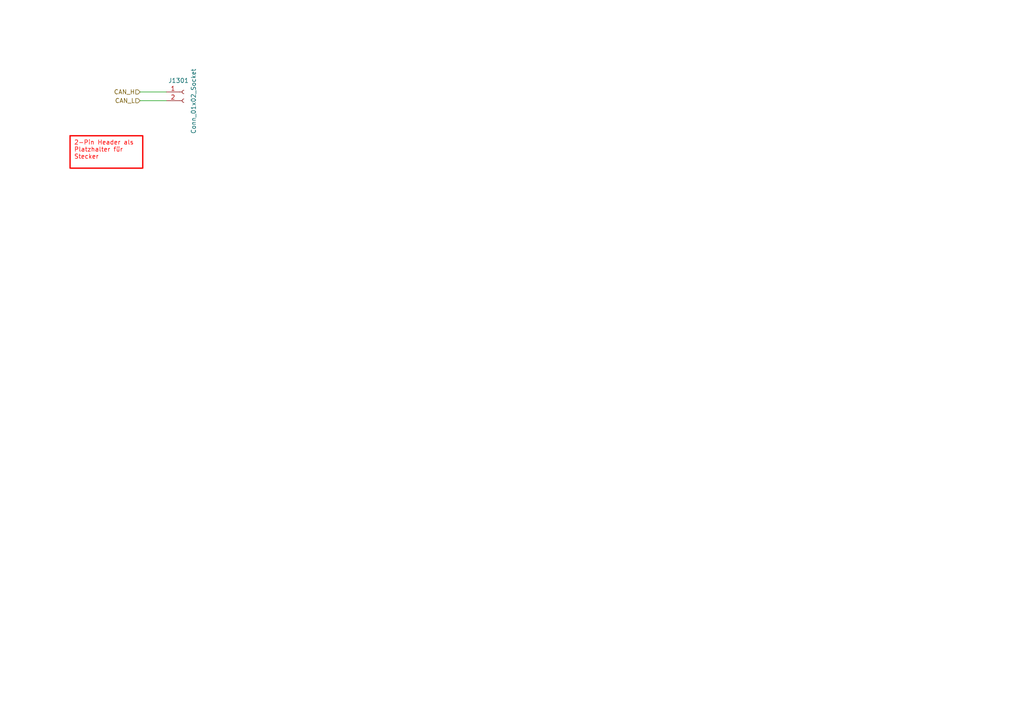
<source format=kicad_sch>
(kicad_sch (version 20231120) (generator "eeschema") (generator_version "8.0")
  (paper "A4")
  (title_block (title "E-Kart Option 1") (date "2025-04-01") (rev "1") (company "Leomax") (comment 1 "zentrale Steuer- und Kommunkationsplatine") (comment 2 "Bachelorarbiet") (comment 3 "Sebastian Hampl"))
  (lib_symbols
    (symbol "Connector:Conn_01x02_Socket" (pin_names (offset 1.016) hide)
      (property "Reference" "J" (at 0 2.54 0))
      (property "Value" "Conn_01x02_Socket" (at 0 -5.08 0))
      (symbol "Conn_01x02_Socket_1_1"
        (arc (start 0 -2.032) (mid -0.5058 -2.54) (end 0 -3.048) (stroke (width 0.1524)))
        (polyline (pts (xy -1.27 -2.54) (xy -0.508 -2.54)) (stroke (width 0.1524)))
        (polyline (pts (xy -1.27 0) (xy -0.508 0)) (stroke (width 0.1524)))
        (arc (start 0 0.508) (mid -0.5058 0) (end 0 -0.508) (stroke (width 0.1524)))
        (pin passive line (at -5.08 0 0) (length 3.81) (name "Pin_1") (number "1"))
        (pin passive line (at -5.08 -2.54 0) (length 3.81) (name "Pin_2") (number "2"))
      )
    )
  )
  (wire (pts (xy 40.64 29.21) (xy 48.26 29.21)))
  (wire (pts (xy 40.64 26.67) (xy 48.26 26.67)))
  (text_box "2-Pin Header als Platzhalter für Stecker" (at 20.32 39.37 0) (size 21.082 9.398) (stroke (width 0.381) (color 251 0 0 1)) (effects (font (size 1.27 1.27)) (justify left top)))
  (hierarchical_label "CAN_L" (shape input) (at 40.64 29.21 180))
  (hierarchical_label "CAN_H" (shape input) (at 40.64 26.67 180))
  (symbol (lib_id "Connector:Conn_01x02_Socket") (at 53.34 26.67 0) (unit 1)
    (property "Reference" "J1301" (at 48.768 23.368 0) (effects (justify left)))
    (property "Value" "Conn_01x02_Socket" (at 56.134 38.862 90) (effects (justify left)))
    (property "Footprint" "Connector_PinHeader_2.54mm:PinHeader_1x02_P2.54mm_Vertical" (effects (hide yes)))
    (property "Description" "Generic connector, single row, 01x02, script generated" (effects (hide yes)))
  )
)
</source>
